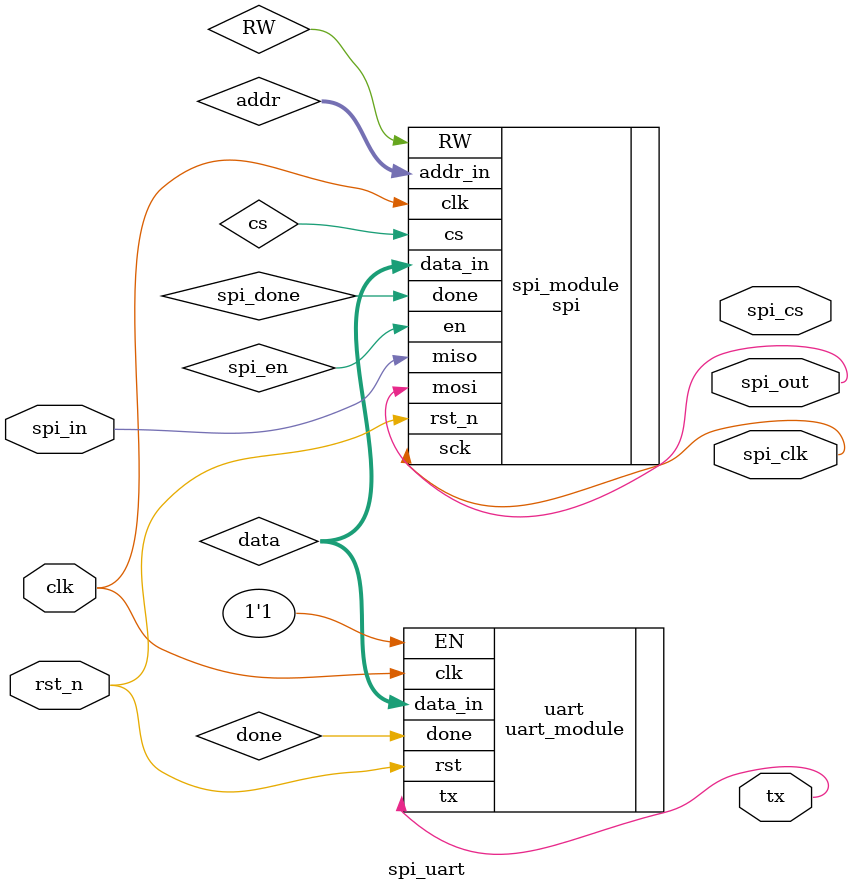
<source format=v>
module spi_uart(
	clk,
	rst_n,
	
	spi_clk,
	spi_cs,
	spi_in,
	spi_out,
	
	tx
);

input clk;
input rst_n;
	
output spi_clk;
output spi_cs;
input spi_in;
output spi_out;

output tx;

wire [7:0] spi_data;

reg spi_en;
reg spi_RW;
reg [6:0] addr;
reg [7:0] data;
reg cs;

wire spi_done;

spi spi_module(
	.clk(clk),
	.rst_n(rst_n),
	.en(spi_en),
	.RW(RW),
	
	.addr_in(addr),
	.data_in(data),
	
	.miso(spi_in),
	.mosi(spi_out),	
	.cs(cs),
	.sck(spi_clk),
	
	.done(spi_done)
);

wire tx;
wire done;


uart_module uart(
	.clk(clk),
	.rst(rst_n),
	
	.EN(1'b1),
	.data_in(data),
	.tx(tx),
	.done(done)
	
);

endmodule

</source>
